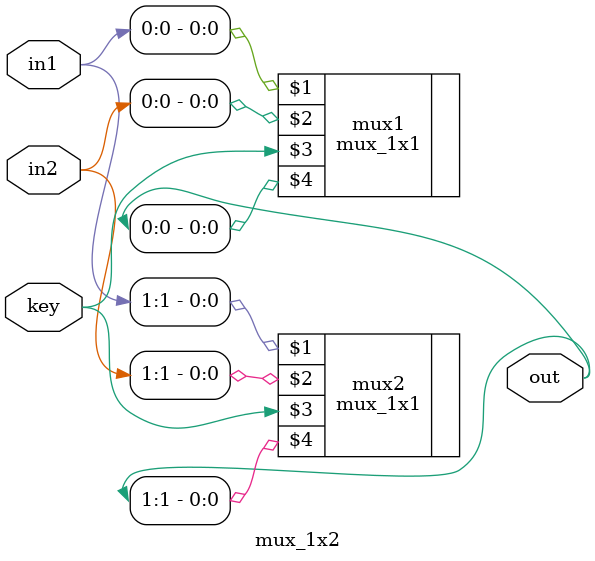
<source format=v>

`ifndef MULTIPLEXER_1X2
`define MULTIPLEXER_1X2

`include "mux_1x1.v"

module mux_1x2 (input [1:0] in1, input [1:0] in2, input key, output [1:0] out);

    mux_1x1 mux1(in1[0], in2[0], key, out[0]);
	mux_1x1 mux2(in1[1], in2[1], key, out[1]);

endmodule

`endif
</source>
